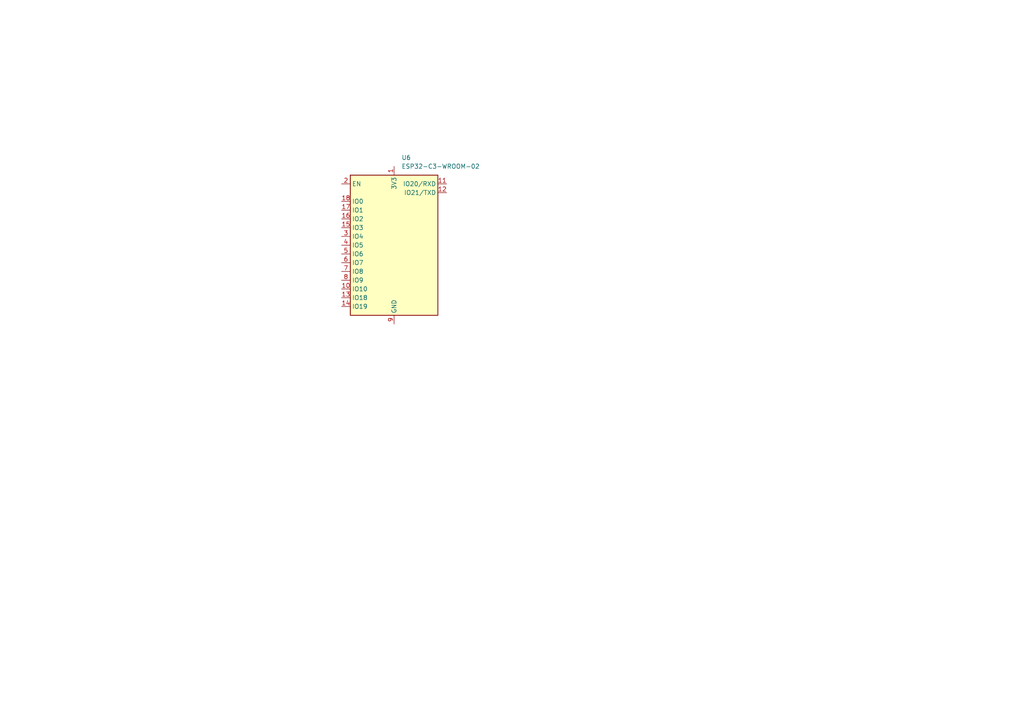
<source format=kicad_sch>
(kicad_sch (version 20250114) (generator "eeschema") (generator_version "9.0")
  (paper "A4")
  (lib_symbols
    (symbol "RF_Module:ESP32-C3-WROOM-02"
      (property "Reference" "U" (at -12.192 21.336 0))
      (property "Value" "ESP32-C3-WROOM-02" (at 12.192 21.336 0))
      (symbol "ESP32-C3-WROOM-02_1_1"
        (rectangle (start -12.7 20.32) (end 12.7 -20.32) (stroke (width 0.254)) (fill (type background)))
        (pin input line (at -15.24 17.78 0) (length 2.54) (name "EN") (number "2"))
        (pin bidirectional line (at -15.24 12.7 0) (length 2.54) (name "IO0") (number "18"))
        (pin bidirectional line (at -15.24 10.16 0) (length 2.54) (name "IO1") (number "17"))
        (pin bidirectional line (at -15.24 7.62 0) (length 2.54) (name "IO2") (number "16"))
        (pin bidirectional line (at -15.24 5.08 0) (length 2.54) (name "IO3") (number "15"))
        (pin bidirectional line (at -15.24 2.54 0) (length 2.54) (name "IO4") (number "3"))
        (pin bidirectional line (at -15.24 0 0) (length 2.54) (name "IO5") (number "4"))
        (pin bidirectional line (at -15.24 -2.54 0) (length 2.54) (name "IO6") (number "5"))
        (pin bidirectional line (at -15.24 -5.08 0) (length 2.54) (name "IO7") (number "6"))
        (pin bidirectional line (at -15.24 -7.62 0) (length 2.54) (name "IO8") (number "7"))
        (pin bidirectional line (at -15.24 -10.16 0) (length 2.54) (name "IO9") (number "8"))
        (pin bidirectional line (at -15.24 -12.7 0) (length 2.54) (name "IO10") (number "10"))
        (pin bidirectional line (at -15.24 -15.24 0) (length 2.54) (name "IO18") (number "13"))
        (pin bidirectional line (at -15.24 -17.78 0) (length 2.54) (name "IO19") (number "14"))
        (pin power_in line (at 0 22.86 270) (length 2.54) (name "3V3") (number "1"))
        (pin passive line (at 0 -22.86 90) (length 2.54) (hide yes) (name "GND") (number "19"))
        (pin power_in line (at 0 -22.86 90) (length 2.54) (name "GND") (number "9"))
        (pin bidirectional line (at 15.24 17.78 180) (length 2.54) (name "IO20/RXD") (number "11"))
        (pin bidirectional line (at 15.24 15.24 180) (length 2.54) (name "IO21/TXD") (number "12"))
      )
    )
  )
  (symbol (lib_id "RF_Module:ESP32-C3-WROOM-02") (at 114.3 71.12 0) (unit 1)
    (property "Reference" "U6" (at 116.4433 45.72 0) (effects (justify left)))
    (property "Value" "ESP32-C3-WROOM-02" (at 116.4433 48.26 0) (effects (justify left)))
    (property "Footprint" "RF_Module:ESP32-C3-WROOM-02" (effects (hide yes)))
    (property "Datasheet" "https://www.espressif.com/sites/default/files/documentation/esp32-c3-wroom-02_datasheet_en.pdf" (effects (hide yes)))
    (property "Description" "802.11 b/g/n Wi­Fi and Bluetooth 5 module, ESP32­C3 SoC, RISC­V microprocessor, On-board antenna" (effects (hide yes)))
  )
)
</source>
